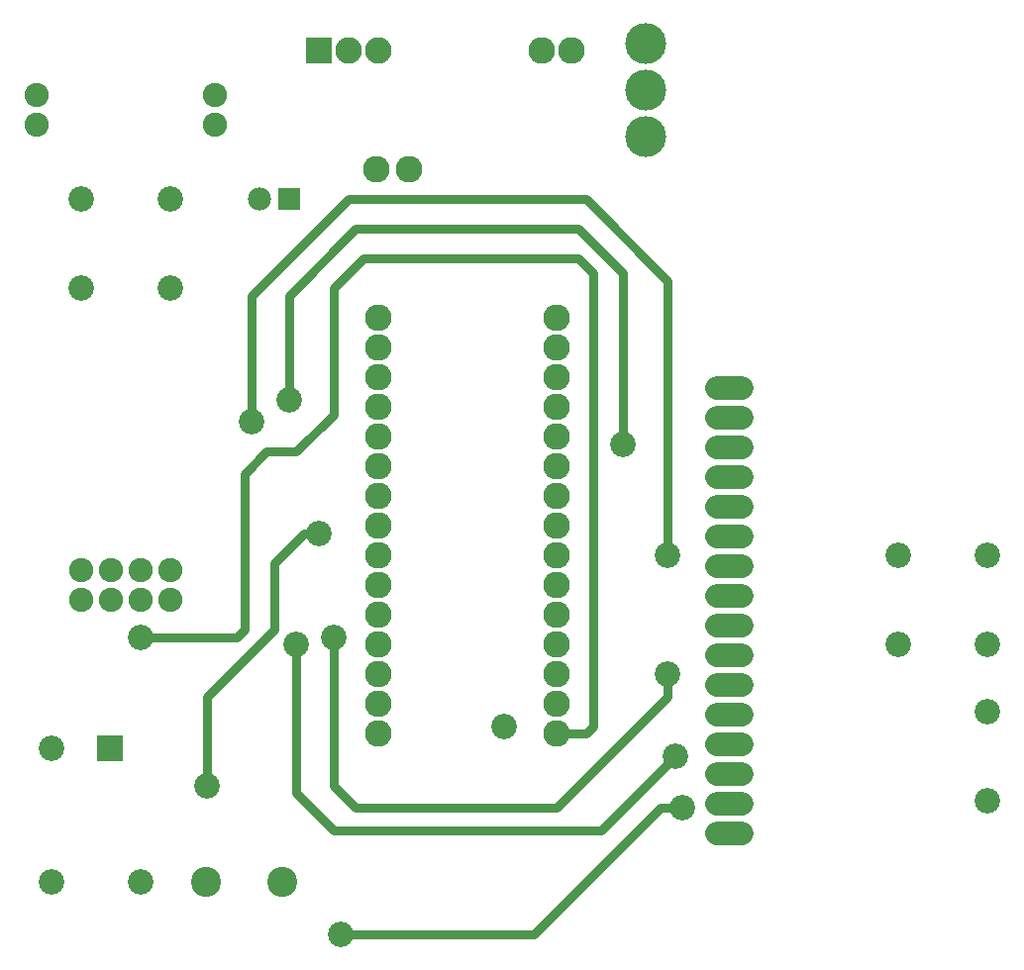
<source format=gbr>
G04 EAGLE Gerber RS-274X export*
G75*
%MOMM*%
%FSLAX34Y34*%
%LPD*%
%INTop Copper*%
%IPPOS*%
%AMOC8*
5,1,8,0,0,1.08239X$1,22.5*%
G01*
%ADD10C,2.286000*%
%ADD11R,1.970000X1.970000*%
%ADD12C,1.970000*%
%ADD13C,2.170000*%
%ADD14R,2.170000X2.170000*%
%ADD15C,2.070000*%
%ADD16C,3.500000*%
%ADD17R,2.270000X2.270000*%
%ADD18C,2.270000*%
%ADD19C,2.070000*%
%ADD20C,2.570000*%
%ADD21C,0.762000*%


D10*
X341630Y711200D03*
X369570Y711200D03*
D11*
X266500Y685800D03*
D12*
X241500Y685800D03*
D13*
X63900Y215900D03*
D14*
X113900Y215900D03*
D10*
X342900Y406400D03*
X342900Y431800D03*
X342900Y457200D03*
X342900Y482600D03*
X342900Y508000D03*
X342900Y533400D03*
X342900Y381000D03*
X342900Y355600D03*
X342900Y330200D03*
X342900Y304800D03*
X342900Y279400D03*
X342900Y254000D03*
X342900Y228600D03*
X342900Y558800D03*
X342900Y584200D03*
X495300Y406400D03*
X495300Y381000D03*
X495300Y355600D03*
X495300Y330200D03*
X495300Y304800D03*
X495300Y279400D03*
X495300Y431800D03*
X495300Y457200D03*
X495300Y482600D03*
X495300Y508000D03*
X495300Y533400D03*
X495300Y558800D03*
X495300Y584200D03*
X495300Y254000D03*
X495300Y228600D03*
X508000Y812800D03*
X482600Y812800D03*
D13*
X88900Y685800D03*
X165100Y685800D03*
X88900Y609600D03*
X165100Y609600D03*
D15*
X88900Y342900D03*
X114300Y342900D03*
X139700Y342900D03*
X165100Y342900D03*
X88900Y368300D03*
X114300Y368300D03*
X139700Y368300D03*
X165100Y368300D03*
X203200Y749300D03*
X203200Y774700D03*
X50800Y774700D03*
X50800Y749300D03*
D16*
X571500Y819150D03*
X571500Y779150D03*
X571500Y739150D03*
D17*
X292100Y812800D03*
D18*
X317500Y812800D03*
X342900Y812800D03*
D19*
X632950Y143500D02*
X653650Y143500D01*
X653650Y168900D02*
X632950Y168900D01*
X632950Y194300D02*
X653650Y194300D01*
X653650Y219700D02*
X632950Y219700D01*
X632950Y245100D02*
X653650Y245100D01*
X653650Y270500D02*
X632950Y270500D01*
X632950Y295900D02*
X653650Y295900D01*
X653650Y321300D02*
X632950Y321300D01*
X632950Y346700D02*
X653650Y346700D01*
X653650Y372100D02*
X632950Y372100D01*
X632950Y397500D02*
X653650Y397500D01*
X653650Y422900D02*
X632950Y422900D01*
X632950Y448300D02*
X653650Y448300D01*
X653650Y473700D02*
X632950Y473700D01*
X632950Y499100D02*
X653650Y499100D01*
X653650Y524500D02*
X632950Y524500D01*
D13*
X863600Y171450D03*
X863600Y247650D03*
X863600Y304800D03*
X863600Y381000D03*
D20*
X261100Y101600D03*
X196100Y101600D03*
D13*
X139700Y101600D03*
X63500Y101600D03*
X787400Y304800D03*
X787400Y381000D03*
X139700Y311150D03*
X450850Y234950D03*
D21*
X222250Y311150D02*
X139700Y311150D01*
X222250Y311150D02*
X228600Y317500D01*
X228600Y450850D01*
X247650Y469900D01*
X273050Y469900D01*
X304800Y501650D01*
X304800Y609600D02*
X330200Y635000D01*
X514350Y635000D01*
X527050Y622300D01*
X527050Y234950D02*
X520700Y228600D01*
X495300Y228600D01*
X304800Y501650D02*
X304800Y609600D01*
X527050Y622300D02*
X527050Y234950D01*
D13*
X590550Y381000D03*
X234950Y495300D03*
D21*
X234950Y603250D01*
X317500Y685800D01*
X520700Y685800D01*
X590550Y615950D02*
X590550Y381000D01*
X590550Y615950D02*
X520700Y685800D01*
D13*
X552450Y476250D03*
X266700Y514350D03*
D21*
X266700Y603250D01*
X323850Y660400D01*
X514350Y660400D01*
X552450Y622300D01*
X552450Y476250D01*
D13*
X311150Y57150D03*
X603250Y165100D03*
D21*
X476250Y57150D02*
X311150Y57150D01*
X476250Y57150D02*
X584200Y165100D01*
X603250Y165100D01*
D13*
X196850Y184150D03*
X292100Y400050D03*
D21*
X196850Y260350D02*
X196850Y184150D01*
X254000Y317500D02*
X254000Y374650D01*
X279400Y400050D01*
X292100Y400050D01*
X254000Y317500D02*
X196850Y260350D01*
D13*
X273050Y304800D03*
X596900Y209550D03*
D21*
X273050Y177800D02*
X273050Y304800D01*
X273050Y177800D02*
X304800Y146050D01*
X533400Y146050D01*
X596900Y209550D01*
D13*
X304800Y311150D03*
X590550Y279400D03*
D21*
X304800Y311150D02*
X304800Y184150D01*
X323850Y165100D01*
X495300Y165100D01*
X590550Y260350D01*
X590550Y279400D01*
M02*

</source>
